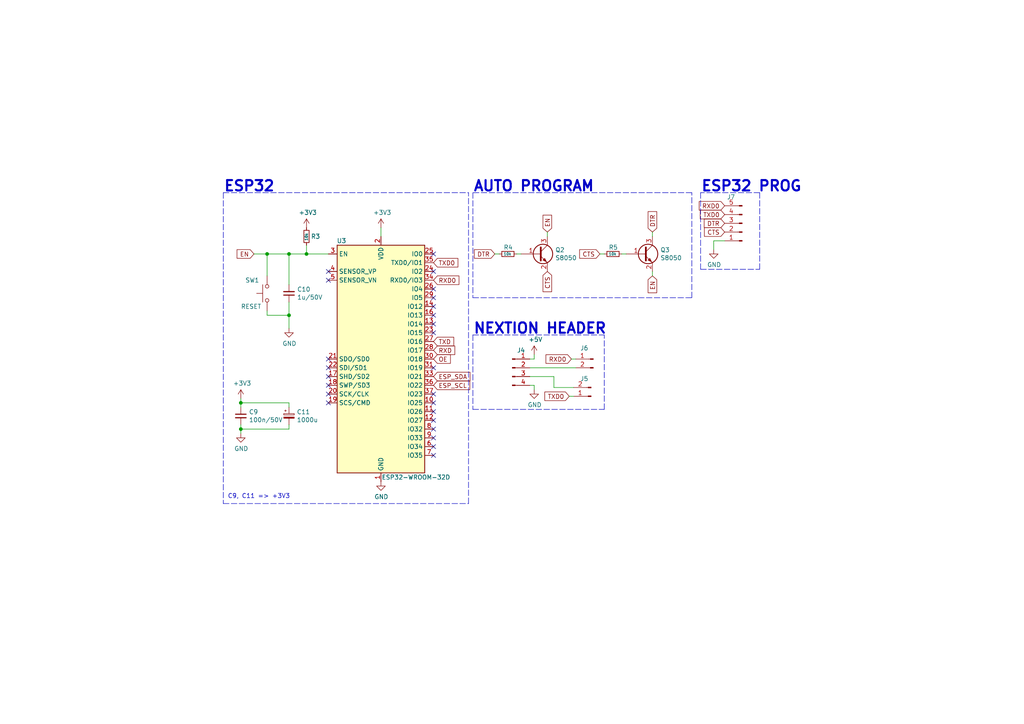
<source format=kicad_sch>
(kicad_sch (version 20211123) (generator eeschema)
  (paper "A4")
  (title_block (title "Robotska ruka") (date "2022-02-09") (rev "1") (company "TVZ"))
  (lib_symbols
    (symbol "Connector:Conn_01x02_Male" (pin_names (offset 1.016) hide)
      (property "Reference" "J" (at 0 2.54 0))
      (property "Value" "Conn_01x02_Male" (at 0 -5.08 0))
      (symbol "Conn_01x02_Male_1_1"
        (polyline (pts (xy 1.27 -2.54) (xy 0.8636 -2.54)) (stroke (width 0.1524)))
        (polyline (pts (xy 1.27 0) (xy 0.8636 0)) (stroke (width 0.1524)))
        (rectangle (start 0.8636 -2.413) (end 0 -2.667) (stroke (width 0.1524)) (fill (type outline)))
        (rectangle (start 0.8636 0.127) (end 0 -0.127) (stroke (width 0.1524)) (fill (type outline)))
        (pin passive line (at 5.08 0 180) (length 3.81) (name "Pin_1") (number "1"))
        (pin passive line (at 5.08 -2.54 180) (length 3.81) (name "Pin_2") (number "2"))
      )
    )
    (symbol "Connector:Conn_01x04_Male" (pin_names (offset 1.016) hide)
      (property "Reference" "J" (at 0 5.08 0))
      (property "Value" "Conn_01x04_Male" (at 0 -7.62 0))
      (symbol "Conn_01x04_Male_1_1"
        (polyline (pts (xy 1.27 -5.08) (xy 0.8636 -5.08)) (stroke (width 0.1524)))
        (polyline (pts (xy 1.27 -2.54) (xy 0.8636 -2.54)) (stroke (width 0.1524)))
        (polyline (pts (xy 1.27 0) (xy 0.8636 0)) (stroke (width 0.1524)))
        (polyline (pts (xy 1.27 2.54) (xy 0.8636 2.54)) (stroke (width 0.1524)))
        (rectangle (start 0.8636 -4.953) (end 0 -5.207) (stroke (width 0.1524)) (fill (type outline)))
        (rectangle (start 0.8636 -2.413) (end 0 -2.667) (stroke (width 0.1524)) (fill (type outline)))
        (rectangle (start 0.8636 0.127) (end 0 -0.127) (stroke (width 0.1524)) (fill (type outline)))
        (rectangle (start 0.8636 2.667) (end 0 2.413) (stroke (width 0.1524)) (fill (type outline)))
        (pin passive line (at 5.08 2.54 180) (length 3.81) (name "Pin_1") (number "1"))
        (pin passive line (at 5.08 0 180) (length 3.81) (name "Pin_2") (number "2"))
        (pin passive line (at 5.08 -2.54 180) (length 3.81) (name "Pin_3") (number "3"))
        (pin passive line (at 5.08 -5.08 180) (length 3.81) (name "Pin_4") (number "4"))
      )
    )
    (symbol "Connector:Conn_01x05_Male" (pin_names (offset 1.016) hide)
      (property "Reference" "J" (at 0 7.62 0))
      (property "Value" "Conn_01x05_Male" (at 0 -7.62 0))
      (symbol "Conn_01x05_Male_1_1"
        (polyline (pts (xy 1.27 -5.08) (xy 0.8636 -5.08)) (stroke (width 0.1524)))
        (polyline (pts (xy 1.27 -2.54) (xy 0.8636 -2.54)) (stroke (width 0.1524)))
        (polyline (pts (xy 1.27 0) (xy 0.8636 0)) (stroke (width 0.1524)))
        (polyline (pts (xy 1.27 2.54) (xy 0.8636 2.54)) (stroke (width 0.1524)))
        (polyline (pts (xy 1.27 5.08) (xy 0.8636 5.08)) (stroke (width 0.1524)))
        (rectangle (start 0.8636 -4.953) (end 0 -5.207) (stroke (width 0.1524)) (fill (type outline)))
        (rectangle (start 0.8636 -2.413) (end 0 -2.667) (stroke (width 0.1524)) (fill (type outline)))
        (rectangle (start 0.8636 0.127) (end 0 -0.127) (stroke (width 0.1524)) (fill (type outline)))
        (rectangle (start 0.8636 2.667) (end 0 2.413) (stroke (width 0.1524)) (fill (type outline)))
        (rectangle (start 0.8636 5.207) (end 0 4.953) (stroke (width 0.1524)) (fill (type outline)))
        (pin passive line (at 5.08 5.08 180) (length 3.81) (name "Pin_1") (number "1"))
        (pin passive line (at 5.08 2.54 180) (length 3.81) (name "Pin_2") (number "2"))
        (pin passive line (at 5.08 0 180) (length 3.81) (name "Pin_3") (number "3"))
        (pin passive line (at 5.08 -2.54 180) (length 3.81) (name "Pin_4") (number "4"))
        (pin passive line (at 5.08 -5.08 180) (length 3.81) (name "Pin_5") (number "5"))
      )
    )
    (symbol "Device:CP_Small" (pin_numbers hide) (pin_names (offset 0.254) hide)
      (property "Reference" "C" (at 0.254 1.778 0))
      (property "Value" "Device_CP_Small" (at 0.254 -2.032 0))
      (symbol "CP_Small_0_1"
        (rectangle (start -1.524 -0.3048) (end 1.524 -0.6858) (fill (type outline)))
        (rectangle (start -1.524 0.6858) (end 1.524 0.3048))
        (polyline (pts (xy -1.27 1.524) (xy -0.762 1.524)))
        (polyline (pts (xy -1.016 1.27) (xy -1.016 1.778)))
      )
      (symbol "CP_Small_1_1"
        (pin passive line (at 0 2.54 270) (length 1.8542) (name "~") (number "1"))
        (pin passive line (at 0 -2.54 90) (length 1.8542) (name "~") (number "2"))
      )
    )
    (symbol "Device:C_Small" (pin_numbers hide) (pin_names (offset 0.254) hide)
      (property "Reference" "C" (at 0.254 1.778 0))
      (property "Value" "C_Small" (at 0.254 -2.032 0))
      (symbol "C_Small_0_1"
        (polyline (pts (xy -1.524 -0.508) (xy 1.524 -0.508)) (stroke (width 0.3302)))
        (polyline (pts (xy -1.524 0.508) (xy 1.524 0.508)) (stroke (width 0.3048)))
      )
      (symbol "C_Small_1_1"
        (pin passive line (at 0 2.54 270) (length 2.032) (name "~") (number "1"))
        (pin passive line (at 0 -2.54 90) (length 2.032) (name "~") (number "2"))
      )
    )
    (symbol "Device:Q_NPN_BEC" (pin_names (offset 0) hide)
      (property "Reference" "Q" (at 5.08 1.27 0))
      (property "Value" "Q_NPN_BEC" (at 5.08 -1.27 0))
      (symbol "Q_NPN_BEC_0_1"
        (polyline (pts (xy 0.635 0.635) (xy 2.54 2.54)))
        (polyline (pts (xy 0.635 -0.635) (xy 2.54 -2.54) (xy 2.54 -2.54)))
        (polyline (pts (xy 0.635 1.905) (xy 0.635 -1.905) (xy 0.635 -1.905)) (stroke (width 0.508)))
        (polyline (pts (xy 1.27 -1.778) (xy 1.778 -1.27) (xy 2.286 -2.286) (xy 1.27 -1.778) (xy 1.27 -1.778)) (fill (type outline)))
        (circle (center 1.27 0) (radius 2.8194) (stroke (width 0.254)))
      )
      (symbol "Q_NPN_BEC_1_1"
        (pin input line (at -5.08 0 0) (length 5.715) (name "B") (number "1"))
        (pin passive line (at 2.54 -5.08 90) (length 2.54) (name "E") (number "2"))
        (pin passive line (at 2.54 5.08 270) (length 2.54) (name "C") (number "3"))
      )
    )
    (symbol "Device:R_Small" (pin_numbers hide) (pin_names (offset 0.254) hide)
      (property "Reference" "R" (at 0.762 0.508 0))
      (property "Value" "R_Small" (at 0.762 -1.016 0))
      (symbol "R_Small_0_1"
        (rectangle (start -0.762 1.778) (end 0.762 -1.778) (stroke (width 0.2032)))
      )
      (symbol "R_Small_1_1"
        (pin passive line (at 0 2.54 270) (length 0.762) (name "~") (number "1"))
        (pin passive line (at 0 -2.54 90) (length 0.762) (name "~") (number "2"))
      )
    )
    (symbol "RF_Module:ESP32-WROOM-32D"
      (property "Reference" "U" (at -12.7 34.29 0))
      (property "Value" "ESP32-WROOM-32D" (at 1.27 34.29 0))
      (symbol "ESP32-WROOM-32D_0_1"
        (rectangle (start -12.7 33.02) (end 12.7 -33.02) (stroke (width 0.254)) (fill (type background)))
      )
      (symbol "ESP32-WROOM-32D_1_1"
        (pin power_in line (at 0 -35.56 90) (length 2.54) (name "GND") (number "1"))
        (pin bidirectional line (at 15.24 -12.7 180) (length 2.54) (name "IO25") (number "10"))
        (pin bidirectional line (at 15.24 -15.24 180) (length 2.54) (name "IO26") (number "11"))
        (pin bidirectional line (at 15.24 -17.78 180) (length 2.54) (name "IO27") (number "12"))
        (pin bidirectional line (at 15.24 10.16 180) (length 2.54) (name "IO14") (number "13"))
        (pin bidirectional line (at 15.24 15.24 180) (length 2.54) (name "IO12") (number "14"))
        (pin passive line (at 0 -35.56 90) (length 2.54) hide (name "GND") (number "15"))
        (pin bidirectional line (at 15.24 12.7 180) (length 2.54) (name "IO13") (number "16"))
        (pin bidirectional line (at -15.24 -5.08 0) (length 2.54) (name "SHD/SD2") (number "17"))
        (pin bidirectional line (at -15.24 -7.62 0) (length 2.54) (name "SWP/SD3") (number "18"))
        (pin bidirectional line (at -15.24 -12.7 0) (length 2.54) (name "SCS/CMD") (number "19"))
        (pin power_in line (at 0 35.56 270) (length 2.54) (name "VDD") (number "2"))
        (pin bidirectional line (at -15.24 -10.16 0) (length 2.54) (name "SCK/CLK") (number "20"))
        (pin bidirectional line (at -15.24 0 0) (length 2.54) (name "SDO/SD0") (number "21"))
        (pin bidirectional line (at -15.24 -2.54 0) (length 2.54) (name "SDI/SD1") (number "22"))
        (pin bidirectional line (at 15.24 7.62 180) (length 2.54) (name "IO15") (number "23"))
        (pin bidirectional line (at 15.24 25.4 180) (length 2.54) (name "IO2") (number "24"))
        (pin bidirectional line (at 15.24 30.48 180) (length 2.54) (name "IO0") (number "25"))
        (pin bidirectional line (at 15.24 20.32 180) (length 2.54) (name "IO4") (number "26"))
        (pin bidirectional line (at 15.24 5.08 180) (length 2.54) (name "IO16") (number "27"))
        (pin bidirectional line (at 15.24 2.54 180) (length 2.54) (name "IO17") (number "28"))
        (pin bidirectional line (at 15.24 17.78 180) (length 2.54) (name "IO5") (number "29"))
        (pin input line (at -15.24 30.48 0) (length 2.54) (name "EN") (number "3"))
        (pin bidirectional line (at 15.24 0 180) (length 2.54) (name "IO18") (number "30"))
        (pin bidirectional line (at 15.24 -2.54 180) (length 2.54) (name "IO19") (number "31"))
        (pin no_connect line (at -12.7 -27.94 0) (length 2.54) hide (name "NC") (number "32"))
        (pin bidirectional line (at 15.24 -5.08 180) (length 2.54) (name "IO21") (number "33"))
        (pin bidirectional line (at 15.24 22.86 180) (length 2.54) (name "RXD0/IO3") (number "34"))
        (pin bidirectional line (at 15.24 27.94 180) (length 2.54) (name "TXD0/IO1") (number "35"))
        (pin bidirectional line (at 15.24 -7.62 180) (length 2.54) (name "IO22") (number "36"))
        (pin bidirectional line (at 15.24 -10.16 180) (length 2.54) (name "IO23") (number "37"))
        (pin passive line (at 0 -35.56 90) (length 2.54) hide (name "GND") (number "38"))
        (pin passive line (at 0 -35.56 90) (length 2.54) hide (name "GND") (number "39"))
        (pin input line (at -15.24 25.4 0) (length 2.54) (name "SENSOR_VP") (number "4"))
        (pin input line (at -15.24 22.86 0) (length 2.54) (name "SENSOR_VN") (number "5"))
        (pin input line (at 15.24 -25.4 180) (length 2.54) (name "IO34") (number "6"))
        (pin input line (at 15.24 -27.94 180) (length 2.54) (name "IO35") (number "7"))
        (pin bidirectional line (at 15.24 -20.32 180) (length 2.54) (name "IO32") (number "8"))
        (pin bidirectional line (at 15.24 -22.86 180) (length 2.54) (name "IO33") (number "9"))
      )
    )
    (symbol "Switch:SW_Push" (pin_numbers hide) (pin_names (offset 1.016) hide)
      (property "Reference" "SW" (at 1.27 2.54 0))
      (property "Value" "SW_Push" (at 0 -1.524 0))
      (symbol "SW_Push_0_1"
        (circle (center -2.032 0) (radius 0.508))
        (polyline (pts (xy 0 1.27) (xy 0 3.048)))
        (polyline (pts (xy 2.54 1.27) (xy -2.54 1.27)))
        (circle (center 2.032 0) (radius 0.508))
        (pin passive line (at -5.08 0 0) (length 2.54) (name "1") (number "1"))
        (pin passive line (at 5.08 0 180) (length 2.54) (name "2") (number "2"))
      )
    )
    (symbol "power:+3V3" (power) (pin_names (offset 0))
      (property "Value" "+3V3" (at 0 3.556 0))
      (symbol "+3V3_0_1"
        (polyline (pts (xy -0.762 1.27) (xy 0 2.54)))
        (polyline (pts (xy 0 0) (xy 0 2.54)))
        (polyline (pts (xy 0 2.54) (xy 0.762 1.27)))
      )
      (symbol "+3V3_1_1"
        (pin power_in line (at 0 0 90) (length 0) hide (name "+3V3") (number "1"))
      )
    )
    (symbol "power:+5V" (power) (pin_names (offset 0))
      (property "Value" "+5V" (at 0 3.556 0))
      (symbol "+5V_0_1"
        (polyline (pts (xy -0.762 1.27) (xy 0 2.54)))
        (polyline (pts (xy 0 0) (xy 0 2.54)))
        (polyline (pts (xy 0 2.54) (xy 0.762 1.27)))
      )
      (symbol "+5V_1_1"
        (pin power_in line (at 0 0 90) (length 0) hide (name "+5V") (number "1"))
      )
    )
    (symbol "power:GND" (power) (pin_names (offset 0))
      (property "Value" "GND" (at 0 -3.81 0))
      (symbol "GND_0_1"
        (polyline (pts (xy 0 0) (xy 0 -1.27) (xy 1.27 -1.27) (xy 0 -2.54) (xy -1.27 -1.27) (xy 0 -1.27)))
      )
      (symbol "GND_1_1"
        (pin power_in line (at 0 0 270) (length 0) hide (name "GND") (number "1"))
      )
    )
  )
  (junction (at 69.85 124.46))
  (junction (at 83.82 91.44))
  (junction (at 77.47 73.66))
  (junction (at 83.82 73.66))
  (junction (at 88.9 73.66))
  (junction (at 69.85 116.84))
  (no_connect (at 125.73 73.66))
  (no_connect (at 125.73 124.46))
  (no_connect (at 125.73 119.38))
  (no_connect (at 95.25 106.68))
  (no_connect (at 125.73 116.84))
  (no_connect (at 125.73 127))
  (no_connect (at 125.73 83.82))
  (no_connect (at 95.25 109.22))
  (no_connect (at 95.25 116.84))
  (no_connect (at 125.73 114.3))
  (no_connect (at 125.73 132.08))
  (no_connect (at 125.73 91.44))
  (no_connect (at 95.25 114.3))
  (no_connect (at 95.25 104.14))
  (no_connect (at 125.73 93.98))
  (no_connect (at 125.73 78.74))
  (no_connect (at 95.25 81.28))
  (no_connect (at 125.73 129.54))
  (no_connect (at 125.73 88.9))
  (no_connect (at 95.25 78.74))
  (no_connect (at 125.73 106.68))
  (no_connect (at 125.73 96.52))
  (no_connect (at 125.73 86.36))
  (no_connect (at 95.25 111.76))
  (no_connect (at 125.73 121.92))
  (wire (pts (xy 165.735 104.14) (xy 167.005 104.14)))
  (wire (pts (xy 207.01 72.39) (xy 207.01 69.85)))
  (wire (pts (xy 83.82 123.19) (xy 83.82 124.46)))
  (polyline (pts (xy 64.77 55.88) (xy 64.77 146.05)))
  (polyline (pts (xy 220.345 55.88) (xy 203.2 55.88)))
  (wire (pts (xy 69.85 115.57) (xy 69.85 116.84)))
  (wire (pts (xy 181.61 73.66) (xy 180.34 73.66)))
  (wire (pts (xy 73.66 73.66) (xy 77.47 73.66)))
  (polyline (pts (xy 137.16 97.155) (xy 175.26 97.155)))
  (wire (pts (xy 160.655 109.22) (xy 153.67 109.22)))
  (wire (pts (xy 69.85 124.46) (xy 83.82 124.46)))
  (polyline (pts (xy 137.16 118.745) (xy 175.26 118.745)))
  (wire (pts (xy 69.85 124.46) (xy 69.85 123.19)))
  (polyline (pts (xy 135.89 146.05) (xy 135.89 55.88)))
  (wire (pts (xy 154.94 113.03) (xy 154.94 111.76)))
  (wire (pts (xy 167.005 106.68) (xy 153.67 106.68)))
  (wire (pts (xy 158.75 67.31) (xy 158.75 68.58)))
  (wire (pts (xy 83.82 87.63) (xy 83.82 91.44)))
  (wire (pts (xy 77.47 73.66) (xy 83.82 73.66)))
  (wire (pts (xy 207.01 69.85) (xy 210.185 69.85)))
  (wire (pts (xy 83.82 91.44) (xy 83.82 95.25)))
  (wire (pts (xy 69.85 116.84) (xy 83.82 116.84)))
  (polyline (pts (xy 137.16 55.88) (xy 137.16 86.36)))
  (wire (pts (xy 83.82 82.55) (xy 83.82 73.66)))
  (wire (pts (xy 189.23 67.31) (xy 189.23 68.58)))
  (wire (pts (xy 160.655 112.395) (xy 160.655 109.22)))
  (wire (pts (xy 83.82 118.11) (xy 83.82 116.84)))
  (polyline (pts (xy 64.77 55.88) (xy 135.89 55.88)))
  (wire (pts (xy 110.49 66.04) (xy 110.49 68.58)))
  (wire (pts (xy 154.94 111.76) (xy 153.67 111.76)))
  (polyline (pts (xy 137.16 97.155) (xy 137.16 118.745)))
  (wire (pts (xy 77.47 91.44) (xy 83.82 91.44)))
  (wire (pts (xy 154.94 104.14) (xy 153.67 104.14)))
  (polyline (pts (xy 200.66 55.88) (xy 137.16 55.88)))
  (polyline (pts (xy 203.2 55.88) (xy 203.2 78.105)))
  (wire (pts (xy 189.23 80.01) (xy 189.23 78.74)))
  (polyline (pts (xy 64.77 146.05) (xy 135.89 146.05)))
  (wire (pts (xy 77.47 90.17) (xy 77.47 91.44)))
  (polyline (pts (xy 200.66 86.36) (xy 200.66 55.88)))
  (polyline (pts (xy 137.16 86.36) (xy 200.66 86.36)))
  (wire (pts (xy 143.51 73.66) (xy 144.78 73.66)))
  (wire (pts (xy 69.85 124.46) (xy 69.85 125.73)))
  (polyline (pts (xy 203.2 78.105) (xy 220.345 78.105)))
  (wire (pts (xy 173.99 73.66) (xy 175.26 73.66)))
  (polyline (pts (xy 220.345 78.105) (xy 220.345 55.88)))
  (wire (pts (xy 149.86 73.66) (xy 151.13 73.66)))
  (polyline (pts (xy 175.26 118.745) (xy 175.26 97.155)))
  (wire (pts (xy 154.94 102.87) (xy 154.94 104.14)))
  (wire (pts (xy 83.82 73.66) (xy 88.9 73.66)))
  (wire (pts (xy 166.37 112.395) (xy 160.655 112.395)))
  (wire (pts (xy 88.9 73.66) (xy 95.25 73.66)))
  (wire (pts (xy 88.9 71.12) (xy 88.9 73.66)))
  (wire (pts (xy 165.1 114.935) (xy 166.37 114.935)))
  (wire (pts (xy 77.47 80.01) (xy 77.47 73.66)))
  (wire (pts (xy 69.85 118.11) (xy 69.85 116.84)))
  (text "C9, C11 => +3V3" (at 66.04 144.78 0) (effects (font (size 1.27 1.27)) (justify left bottom)))
  (text "ESP32 PROG" (at 203.2 55.88 0) (effects (font (size 3 3) (thickness 0.6) bold) (justify left bottom)))
  (text "ESP32" (at 64.77 55.88 0) (effects (font (size 3 3) (thickness 0.6) bold) (justify left bottom)))
  (text "NEXTION HEADER" (at 137.16 97.155 0) (effects (font (size 3 3) (thickness 0.6) bold) (justify left bottom)))
  (text "AUTO PROGRAM" (at 137.16 55.88 0) (effects (font (size 3 3) (thickness 0.6) bold) (justify left bottom)))
  (global_label "OE" (shape input) (at 125.73 104.14 0) (property "Intersheet References" "${INTERSHEET_REFS}" (effects hide)))
  (global_label "CTS" (shape input) (at 210.185 67.31 180) (property "Intersheet References" "${INTERSHEET_REFS}" (effects hide)))
  (global_label "CTS" (shape input) (at 173.99 73.66 180) (property "Intersheet References" "${INTERSHEET_REFS}" (effects hide)))
  (global_label "DTR" (shape input) (at 143.51 73.66 180) (property "Intersheet References" "${INTERSHEET_REFS}" (effects hide)))
  (global_label "ESP_SCL" (shape input) (at 125.73 111.76 0) (property "Intersheet References" "${INTERSHEET_REFS}" (effects hide)))
  (global_label "TXD0" (shape input) (at 210.185 62.23 180) (property "Intersheet References" "${INTERSHEET_REFS}" (effects hide)))
  (global_label "DTR" (shape input) (at 189.23 67.31 90) (property "Intersheet References" "${INTERSHEET_REFS}" (effects hide)))
  (global_label "DTR" (shape input) (at 210.185 64.77 180) (property "Intersheet References" "${INTERSHEET_REFS}" (effects hide)))
  (global_label "TXD0" (shape input) (at 125.73 76.2 0) (property "Intersheet References" "${INTERSHEET_REFS}" (effects hide)))
  (global_label "EN" (shape input) (at 73.66 73.66 180) (property "Intersheet References" "${INTERSHEET_REFS}" (effects hide)))
  (global_label "CTS" (shape input) (at 158.75 78.74 270) (property "Intersheet References" "${INTERSHEET_REFS}" (effects hide)))
  (global_label "EN" (shape input) (at 158.75 67.31 90) (property "Intersheet References" "${INTERSHEET_REFS}" (effects hide)))
  (global_label "RXD" (shape input) (at 125.73 101.6 0) (property "Intersheet References" "${INTERSHEET_REFS}" (effects hide)))
  (global_label "TXD" (shape input) (at 125.73 99.06 0) (property "Intersheet References" "${INTERSHEET_REFS}" (effects hide)))
  (global_label "ESP_SDA" (shape input) (at 125.73 109.22 0) (property "Intersheet References" "${INTERSHEET_REFS}" (effects hide)))
  (global_label "RXD0" (shape input) (at 210.185 59.69 180) (property "Intersheet References" "${INTERSHEET_REFS}" (effects hide)))
  (global_label "TXD0" (shape input) (at 165.1 114.935 180) (property "Intersheet References" "${INTERSHEET_REFS}" (effects hide)))
  (global_label "EN" (shape input) (at 189.23 80.01 270) (property "Intersheet References" "${INTERSHEET_REFS}" (effects hide)))
  (global_label "RXD0" (shape input) (at 125.73 81.28 0) (property "Intersheet References" "${INTERSHEET_REFS}" (effects hide)))
  (global_label "RXD0" (shape input) (at 165.735 104.14 180) (property "Intersheet References" "${INTERSHEET_REFS}" (effects hide)))
  (symbol (lib_id "RF_Module:ESP32-WROOM-32D") (at 110.49 104.14 0) (unit 1)
    (property "Reference" "U3" (at 99.06 69.85 0))
    (property "Value" "ESP32-WROOM-32D" (at 120.65 138.43 0))
    (property "Footprint" "RF_Module:ESP32-WROOM-32" (effects hide))
    (property "Datasheet" "https://www.espressif.com/sites/default/files/documentation/esp32-wroom-32d_esp32-wroom-32u_datasheet_en.pdf" (effects hide))
    (property "LCSC Part #" "C473012" (effects hide))
  )
  (symbol (lib_id "power:GND") (at 110.49 139.7 0) (unit 1)
    (property "Reference" "#PWR022" (effects hide))
    (property "Value" "GND" (at 110.617 144.0942 0))
  )
  (symbol (lib_id "power:+3V3") (at 110.49 66.04 0) (unit 1)
    (property "Reference" "#PWR021" (effects hide))
    (property "Value" "+3V3" (at 110.871 61.6458 0))
  )
  (symbol (lib_id "power:+3V3") (at 69.85 115.57 0) (unit 1)
    (property "Reference" "#PWR017" (effects hide))
    (property "Value" "+3V3" (at 70.231 111.1758 0))
  )
  (symbol (lib_id "Device:C_Small") (at 69.85 120.65 0) (unit 1)
    (property "Reference" "C9" (at 72.1868 119.4816 0) (effects (justify left)))
    (property "Value" "100n/50V" (at 72.1868 121.793 0) (effects (justify left)))
    (property "Footprint" "Capacitor_SMD:C_0805_2012Metric" (effects hide))
    (property "LCSC Part #" "C415304" (effects hide))
  )
  (symbol (lib_id "Device:CP_Small") (at 83.82 120.65 0) (unit 1)
    (property "Reference" "C11" (at 86.0552 119.4816 0) (effects (justify left)))
    (property "Value" "1000u" (at 86.0552 121.793 0) (effects (justify left)))
    (property "Footprint" "Capacitor_Tantalum_SMD:CP_EIA-7343-31_Kemet-D" (effects hide))
    (property "LCSC Part #" "C403807" (effects hide))
  )
  (symbol (lib_id "power:GND") (at 69.85 125.73 0) (unit 1)
    (property "Reference" "#PWR018" (effects hide))
    (property "Value" "GND" (at 69.977 130.1242 0))
  )
  (symbol (lib_id "Device:R_Small") (at 88.9 68.58 180) (unit 1)
    (property "Reference" "R3" (at 90.17 68.58 0) (effects (justify right)))
    (property "Value" "10k" (at 88.9 69.85 90) (effects (font (size 0.7874 0.7874)) (justify right)))
    (property "Footprint" "Resistor_SMD:R_0805_2012Metric" (effects hide))
    (property "LCSC Part #" "C100047" (effects hide))
  )
  (symbol (lib_id "power:+3V3") (at 88.9 66.04 0) (unit 1)
    (property "Reference" "#PWR020" (effects hide))
    (property "Value" "+3V3" (at 89.281 61.6458 0))
  )
  (symbol (lib_id "Device:C_Small") (at 83.82 85.09 180) (unit 1)
    (property "Reference" "C10" (at 86.1568 83.9216 0) (effects (justify right)))
    (property "Value" "1u/50V" (at 86.1568 86.233 0) (effects (justify right)))
    (property "Footprint" "Capacitor_SMD:C_0805_2012Metric" (effects hide))
    (property "LCSC Part #" "C342759" (effects hide))
  )
  (symbol (lib_id "power:GND") (at 83.82 95.25 0) (unit 1)
    (property "Reference" "#PWR019" (effects hide))
    (property "Value" "GND" (at 83.947 99.6442 0))
  )
  (symbol (lib_id "Switch:SW_Push") (at 77.47 85.09 90) (unit 1)
    (property "Reference" "SW1" (at 71.12 81.28 90) (effects (justify right)))
    (property "Value" "RESET" (at 69.85 88.9 90) (effects (justify right)))
    (property "Footprint" "Button_Switch_THT:SW_Tactile_SPST_Angled_PTS645Vx39-2LFS" (effects hide))
    (property "LCSC Part #" "C285519" (effects hide))
  )
  (symbol (lib_id "Device:R_Small") (at 147.32 73.66 90) (unit 1)
    (property "Reference" "R4" (at 146.05 71.755 90) (effects (justify right)))
    (property "Value" "10k" (at 146.05 73.66 90) (effects (font (size 0.7874 0.7874)) (justify right)))
    (property "Footprint" "Resistor_SMD:R_0805_2012Metric" (effects hide))
    (property "LCSC Part #" "C100047" (effects hide))
  )
  (symbol (lib_id "Device:R_Small") (at 177.8 73.66 90) (unit 1)
    (property "Reference" "R5" (at 176.53 71.755 90) (effects (justify right)))
    (property "Value" "10k" (at 176.53 73.66 90) (effects (font (size 0.7874 0.7874)) (justify right)))
    (property "Footprint" "Resistor_SMD:R_0805_2012Metric" (effects hide))
    (property "LCSC Part #" "C100047" (effects hide))
  )
  (symbol (lib_id "Device:Q_NPN_BEC") (at 156.21 73.66 0) (unit 1)
    (property "Reference" "Q2" (at 161.036 72.4916 0) (effects (justify left)))
    (property "Value" "S8050" (at 161.036 74.803 0) (effects (justify left)))
    (property "Footprint" "Package_TO_SOT_SMD:SOT-23" (effects hide))
    (property "LCSC Part #" "C380921" (effects hide))
  )
  (symbol (lib_id "Device:Q_NPN_BEC") (at 186.69 73.66 0) (unit 1)
    (property "Reference" "Q3" (at 191.516 72.4916 0) (effects (justify left)))
    (property "Value" "S8050" (at 191.516 74.803 0) (effects (justify left)))
    (property "Footprint" "Package_TO_SOT_SMD:SOT-23" (effects hide))
    (property "LCSC Part #" "C380921" (effects hide))
  )
  (symbol (lib_id "power:GND") (at 207.01 72.39 0) (unit 1)
    (property "Reference" "#PWR025" (effects hide))
    (property "Value" "GND" (at 207.137 76.7842 0))
  )
  (symbol (lib_id "Connector:Conn_01x05_Male") (at 215.265 64.77 180) (unit 1)
    (property "Reference" "J7" (at 210.82 57.15 0) (effects (justify right)))
    (property "Value" "Conn_01x05" (effects hide))
    (property "Footprint" "Connector_PinHeader_2.54mm:PinHeader_1x05_P2.54mm_Horizontal" (effects hide))
  )
  (symbol (lib_id "Connector:Conn_01x04_Male") (at 148.59 106.68 0) (unit 1)
    (property "Reference" "J4" (at 151.13 101.6 0))
    (property "Value" "Conn_01x04" (effects hide))
    (property "Footprint" "Connector_PinHeader_2.54mm:PinHeader_1x04_P2.54mm_Horizontal" (effects hide))
  )
  (symbol (lib_id "power:GND") (at 154.94 113.03 0) (unit 1)
    (property "Reference" "#PWR024" (effects hide))
    (property "Value" "GND" (at 155.067 117.4242 0))
  )
  (symbol (lib_id "power:+5V") (at 154.94 102.87 0) (unit 1)
    (property "Reference" "#PWR023" (effects hide))
    (property "Value" "+5V" (at 155.321 98.4758 0))
  )
  (symbol (lib_id "Connector:Conn_01x02_Male") (at 172.085 104.14 0) (mirror y) (unit 1)
    (property "Reference" "J6" (at 168.275 100.965 0) (effects (justify right)))
    (property "Value" "Conn_01x02" (effects hide))
    (property "Footprint" "Connector_PinHeader_2.54mm:PinHeader_1x02_P2.54mm_Horizontal" (effects hide))
  )
  (symbol (lib_id "Connector:Conn_01x02_Male") (at 171.45 114.935 180) (unit 1)
    (property "Reference" "J5" (at 168.275 109.855 0) (effects (justify right)))
    (property "Value" "Conn_01x02" (effects hide))
    (property "Footprint" "Connector_PinHeader_2.54mm:PinHeader_1x02_P2.54mm_Horizontal" (effects hide))
  )
)
</source>
